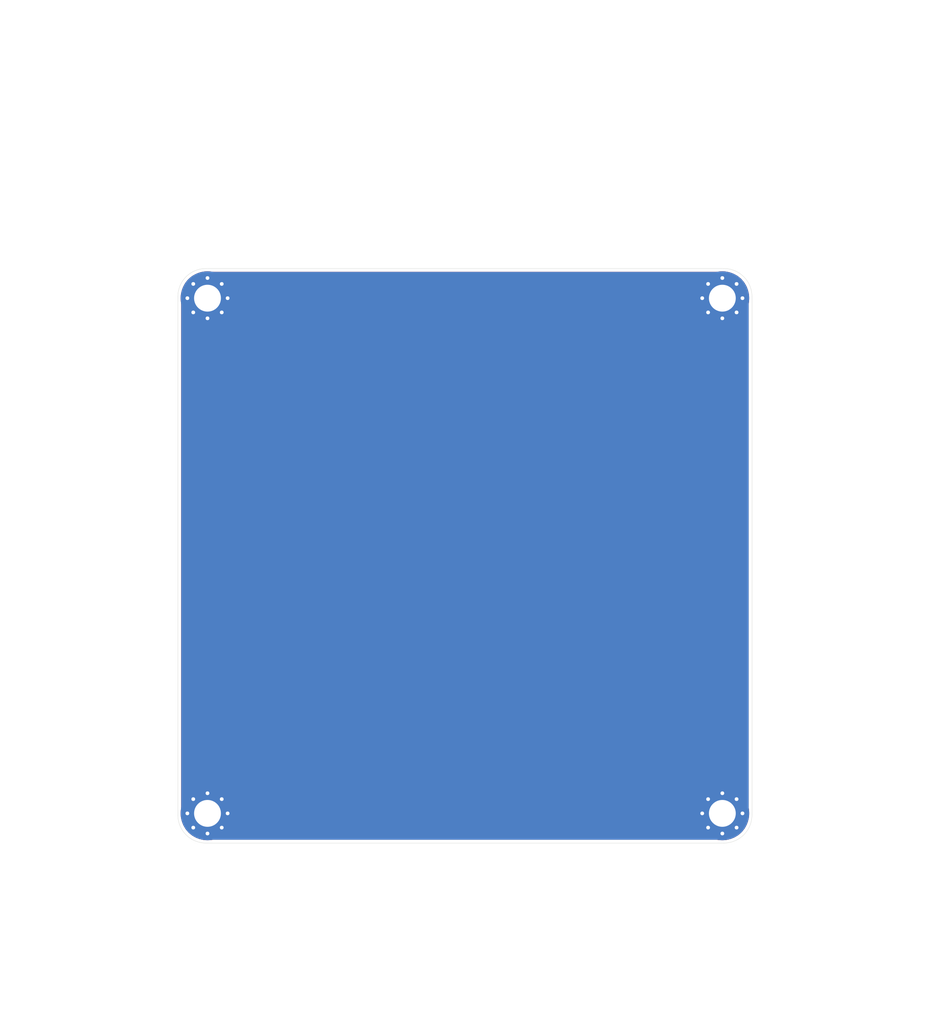
<source format=kicad_pcb>
(kicad_pcb (version 20171130) (host pcbnew "(5.1.4)-1")

  (general
    (thickness 1.6)
    (drawings 10)
    (tracks 0)
    (zones 0)
    (modules 5)
    (nets 2)
  )

  (page A4)
  (layers
    (0 F.Cu signal)
    (31 B.Cu signal)
    (32 B.Adhes user)
    (33 F.Adhes user)
    (34 B.Paste user)
    (35 F.Paste user)
    (36 B.SilkS user)
    (37 F.SilkS user)
    (38 B.Mask user)
    (39 F.Mask user)
    (40 Dwgs.User user)
    (41 Cmts.User user)
    (42 Eco1.User user)
    (43 Eco2.User user)
    (44 Edge.Cuts user)
    (45 Margin user)
    (46 B.CrtYd user)
    (47 F.CrtYd user)
    (48 B.Fab user)
    (49 F.Fab user)
  )

  (setup
    (last_trace_width 0.25)
    (trace_clearance 0.2)
    (zone_clearance 0.508)
    (zone_45_only no)
    (trace_min 0.2)
    (via_size 0.8)
    (via_drill 0.4)
    (via_min_size 0.4)
    (via_min_drill 0.3)
    (uvia_size 0.3)
    (uvia_drill 0.1)
    (uvias_allowed no)
    (uvia_min_size 0.2)
    (uvia_min_drill 0.1)
    (edge_width 0.05)
    (segment_width 0.2)
    (pcb_text_width 0.3)
    (pcb_text_size 1.5 1.5)
    (mod_edge_width 0.12)
    (mod_text_size 1 1)
    (mod_text_width 0.15)
    (pad_size 1.524 1.524)
    (pad_drill 0.762)
    (pad_to_mask_clearance 0.051)
    (solder_mask_min_width 0.25)
    (aux_axis_origin 0 0)
    (visible_elements 7FFFFFFF)
    (pcbplotparams
      (layerselection 0x010f0_ffffffff)
      (usegerberextensions true)
      (usegerberattributes false)
      (usegerberadvancedattributes false)
      (creategerberjobfile false)
      (excludeedgelayer true)
      (linewidth 0.100000)
      (plotframeref false)
      (viasonmask false)
      (mode 1)
      (useauxorigin false)
      (hpglpennumber 1)
      (hpglpenspeed 20)
      (hpglpendiameter 15.000000)
      (psnegative false)
      (psa4output false)
      (plotreference true)
      (plotvalue true)
      (plotinvisibletext false)
      (padsonsilk false)
      (subtractmaskfromsilk true)
      (outputformat 1)
      (mirror false)
      (drillshape 0)
      (scaleselection 1)
      (outputdirectory "Gerber"))
  )

  (net 0 "")
  (net 1 GND)

  (net_class Default "This is the default net class."
    (clearance 0.2)
    (trace_width 0.25)
    (via_dia 0.8)
    (via_drill 0.4)
    (uvia_dia 0.3)
    (uvia_drill 0.1)
    (add_net GND)
  )

  (module MountingHole:MountingHole_4.3mm_M4_Pad_Via locked (layer F.Cu) (tedit 56DDBFD7) (tstamp 5D67D701)
    (at -41.25 41.25)
    (descr "Mounting Hole 4.3mm, M4")
    (tags "mounting hole 4.3mm m4")
    (path /5D67D723)
    (attr virtual)
    (fp_text reference MH4 (at 0 -6.5) (layer Dwgs.User)
      (effects (font (size 1 1) (thickness 0.15)))
    )
    (fp_text value MountingHole (at 0 6.5) (layer Dwgs.User)
      (effects (font (size 1 1) (thickness 0.15)))
    )
    (fp_circle (center 0 0) (end 4.55 0) (layer F.CrtYd) (width 0.05))
    (fp_circle (center 0 0) (end 4.3 0) (layer Cmts.User) (width 0.15))
    (fp_text user %R (at 0.3 0) (layer F.Fab)
      (effects (font (size 1 1) (thickness 0.15)))
    )
    (pad 1 thru_hole circle (at 2.280419 -2.280419) (size 0.9 0.9) (drill 0.6) (layers *.Cu *.Mask)
      (net 1 GND))
    (pad 1 thru_hole circle (at 0 -3.225) (size 0.9 0.9) (drill 0.6) (layers *.Cu *.Mask)
      (net 1 GND))
    (pad 1 thru_hole circle (at -2.280419 -2.280419) (size 0.9 0.9) (drill 0.6) (layers *.Cu *.Mask)
      (net 1 GND))
    (pad 1 thru_hole circle (at -3.225 0) (size 0.9 0.9) (drill 0.6) (layers *.Cu *.Mask)
      (net 1 GND))
    (pad 1 thru_hole circle (at -2.280419 2.280419) (size 0.9 0.9) (drill 0.6) (layers *.Cu *.Mask)
      (net 1 GND))
    (pad 1 thru_hole circle (at 0 3.225) (size 0.9 0.9) (drill 0.6) (layers *.Cu *.Mask)
      (net 1 GND))
    (pad 1 thru_hole circle (at 2.280419 2.280419) (size 0.9 0.9) (drill 0.6) (layers *.Cu *.Mask)
      (net 1 GND))
    (pad 1 thru_hole circle (at 3.225 0) (size 0.9 0.9) (drill 0.6) (layers *.Cu *.Mask)
      (net 1 GND))
    (pad 1 thru_hole circle (at 0 0) (size 8.6 8.6) (drill 4.3) (layers *.Cu *.Mask)
      (net 1 GND))
  )

  (module MountingHole:MountingHole_4.3mm_M4_Pad_Via locked (layer F.Cu) (tedit 56DDBFD7) (tstamp 5D67D6F1)
    (at 41.25 -41.25)
    (descr "Mounting Hole 4.3mm, M4")
    (tags "mounting hole 4.3mm m4")
    (path /5D67EA72)
    (attr virtual)
    (fp_text reference MH3 (at 0 -6.5) (layer Dwgs.User)
      (effects (font (size 1 1) (thickness 0.15)))
    )
    (fp_text value MountingHole (at 0 6.5) (layer Dwgs.User)
      (effects (font (size 1 1) (thickness 0.15)))
    )
    (fp_circle (center 0 0) (end 4.55 0) (layer F.CrtYd) (width 0.05))
    (fp_circle (center 0 0) (end 4.3 0) (layer Cmts.User) (width 0.15))
    (fp_text user %R (at 0.3 0) (layer F.Fab)
      (effects (font (size 1 1) (thickness 0.15)))
    )
    (pad 1 thru_hole circle (at 2.280419 -2.280419) (size 0.9 0.9) (drill 0.6) (layers *.Cu *.Mask)
      (net 1 GND))
    (pad 1 thru_hole circle (at 0 -3.225) (size 0.9 0.9) (drill 0.6) (layers *.Cu *.Mask)
      (net 1 GND))
    (pad 1 thru_hole circle (at -2.280419 -2.280419) (size 0.9 0.9) (drill 0.6) (layers *.Cu *.Mask)
      (net 1 GND))
    (pad 1 thru_hole circle (at -3.225 0) (size 0.9 0.9) (drill 0.6) (layers *.Cu *.Mask)
      (net 1 GND))
    (pad 1 thru_hole circle (at -2.280419 2.280419) (size 0.9 0.9) (drill 0.6) (layers *.Cu *.Mask)
      (net 1 GND))
    (pad 1 thru_hole circle (at 0 3.225) (size 0.9 0.9) (drill 0.6) (layers *.Cu *.Mask)
      (net 1 GND))
    (pad 1 thru_hole circle (at 2.280419 2.280419) (size 0.9 0.9) (drill 0.6) (layers *.Cu *.Mask)
      (net 1 GND))
    (pad 1 thru_hole circle (at 3.225 0) (size 0.9 0.9) (drill 0.6) (layers *.Cu *.Mask)
      (net 1 GND))
    (pad 1 thru_hole circle (at 0 0) (size 8.6 8.6) (drill 4.3) (layers *.Cu *.Mask)
      (net 1 GND))
  )

  (module MountingHole:MountingHole_4.3mm_M4_Pad_Via locked (layer F.Cu) (tedit 56DDBFD7) (tstamp 5D67D6E1)
    (at 41.25 41.25)
    (descr "Mounting Hole 4.3mm, M4")
    (tags "mounting hole 4.3mm m4")
    (path /5D67F0C2)
    (attr virtual)
    (fp_text reference MH2 (at 0 -6.5) (layer Dwgs.User)
      (effects (font (size 1 1) (thickness 0.15)))
    )
    (fp_text value MountingHole (at 0 6.5) (layer Dwgs.User)
      (effects (font (size 1 1) (thickness 0.15)))
    )
    (fp_circle (center 0 0) (end 4.55 0) (layer F.CrtYd) (width 0.05))
    (fp_circle (center 0 0) (end 4.3 0) (layer Cmts.User) (width 0.15))
    (fp_text user %R (at 0.3 0) (layer F.Fab)
      (effects (font (size 1 1) (thickness 0.15)))
    )
    (pad 1 thru_hole circle (at 2.280419 -2.280419) (size 0.9 0.9) (drill 0.6) (layers *.Cu *.Mask)
      (net 1 GND))
    (pad 1 thru_hole circle (at 0 -3.225) (size 0.9 0.9) (drill 0.6) (layers *.Cu *.Mask)
      (net 1 GND))
    (pad 1 thru_hole circle (at -2.280419 -2.280419) (size 0.9 0.9) (drill 0.6) (layers *.Cu *.Mask)
      (net 1 GND))
    (pad 1 thru_hole circle (at -3.225 0) (size 0.9 0.9) (drill 0.6) (layers *.Cu *.Mask)
      (net 1 GND))
    (pad 1 thru_hole circle (at -2.280419 2.280419) (size 0.9 0.9) (drill 0.6) (layers *.Cu *.Mask)
      (net 1 GND))
    (pad 1 thru_hole circle (at 0 3.225) (size 0.9 0.9) (drill 0.6) (layers *.Cu *.Mask)
      (net 1 GND))
    (pad 1 thru_hole circle (at 2.280419 2.280419) (size 0.9 0.9) (drill 0.6) (layers *.Cu *.Mask)
      (net 1 GND))
    (pad 1 thru_hole circle (at 3.225 0) (size 0.9 0.9) (drill 0.6) (layers *.Cu *.Mask)
      (net 1 GND))
    (pad 1 thru_hole circle (at 0 0) (size 8.6 8.6) (drill 4.3) (layers *.Cu *.Mask)
      (net 1 GND))
  )

  (module MountingHole:MountingHole_4.3mm_M4_Pad_Via locked (layer F.Cu) (tedit 56DDBFD7) (tstamp 5D67D6D1)
    (at -41.25 -41.25)
    (descr "Mounting Hole 4.3mm, M4")
    (tags "mounting hole 4.3mm m4")
    (path /5D67F23E)
    (attr virtual)
    (fp_text reference MH1 (at 0 -6.5) (layer Dwgs.User)
      (effects (font (size 1 1) (thickness 0.15)))
    )
    (fp_text value MountingHole (at 0 6.5) (layer Dwgs.User)
      (effects (font (size 1 1) (thickness 0.15)))
    )
    (fp_circle (center 0 0) (end 4.55 0) (layer F.CrtYd) (width 0.05))
    (fp_circle (center 0 0) (end 4.3 0) (layer Cmts.User) (width 0.15))
    (fp_text user %R (at 0.3 0) (layer F.Fab)
      (effects (font (size 1 1) (thickness 0.15)))
    )
    (pad 1 thru_hole circle (at 2.280419 -2.280419) (size 0.9 0.9) (drill 0.6) (layers *.Cu *.Mask)
      (net 1 GND))
    (pad 1 thru_hole circle (at 0 -3.225) (size 0.9 0.9) (drill 0.6) (layers *.Cu *.Mask)
      (net 1 GND))
    (pad 1 thru_hole circle (at -2.280419 -2.280419) (size 0.9 0.9) (drill 0.6) (layers *.Cu *.Mask)
      (net 1 GND))
    (pad 1 thru_hole circle (at -3.225 0) (size 0.9 0.9) (drill 0.6) (layers *.Cu *.Mask)
      (net 1 GND))
    (pad 1 thru_hole circle (at -2.280419 2.280419) (size 0.9 0.9) (drill 0.6) (layers *.Cu *.Mask)
      (net 1 GND))
    (pad 1 thru_hole circle (at 0 3.225) (size 0.9 0.9) (drill 0.6) (layers *.Cu *.Mask)
      (net 1 GND))
    (pad 1 thru_hole circle (at 2.280419 2.280419) (size 0.9 0.9) (drill 0.6) (layers *.Cu *.Mask)
      (net 1 GND))
    (pad 1 thru_hole circle (at 3.225 0) (size 0.9 0.9) (drill 0.6) (layers *.Cu *.Mask)
      (net 1 GND))
    (pad 1 thru_hole circle (at 0 0) (size 8.6 8.6) (drill 4.3) (layers *.Cu *.Mask)
      (net 1 GND))
  )

  (module locallib:ai-ring-25mm-mask (layer F.Cu) (tedit 0) (tstamp 5D683158)
    (at 0 0)
    (fp_text reference G*** (at 0 0) (layer F.SilkS) hide
      (effects (font (size 1.524 1.524) (thickness 0.3)))
    )
    (fp_text value LOGO (at 0.75 0) (layer F.SilkS) hide
      (effects (font (size 1.524 1.524) (thickness 0.3)))
    )
    (fp_poly (pts (xy 0.812799 -4.605867) (xy -0.9144 -4.605867) (xy -0.9144 -6.333067) (xy 0.812799 -6.333067)
      (xy 0.812799 -4.605867)) (layer F.Mask) (width 0.01))
    (fp_poly (pts (xy 2.539999 -1.253067) (xy 0.812799 -1.253067) (xy 0.812799 -2.878667) (xy 2.539999 -2.878667)
      (xy 2.539999 -1.253067)) (layer F.Mask) (width 0.01))
    (fp_poly (pts (xy -0.9144 -1.253067) (xy -2.54 -1.253067) (xy -2.54 -2.878667) (xy -0.9144 -2.878667)
      (xy -0.9144 -1.253067)) (layer F.Mask) (width 0.01))
    (fp_poly (pts (xy 4.1656 2.201333) (xy 2.539999 2.201333) (xy 2.539999 0.474133) (xy 4.1656 0.474133)
      (xy 4.1656 2.201333)) (layer F.Mask) (width 0.01))
    (fp_poly (pts (xy 0.812799 2.201333) (xy -0.9144 2.201333) (xy -0.9144 0.474133) (xy 0.812799 0.474133)
      (xy 0.812799 2.201333)) (layer F.Mask) (width 0.01))
    (fp_poly (pts (xy -2.54 2.201333) (xy -4.2672 2.201333) (xy -4.2672 0.474133) (xy -2.54 0.474133)
      (xy -2.54 2.201333)) (layer F.Mask) (width 0.01))
    (fp_poly (pts (xy 5.8928 5.554133) (xy 4.1656 5.554133) (xy 4.1656 3.826933) (xy 5.8928 3.826933)
      (xy 5.8928 5.554133)) (layer F.Mask) (width 0.01))
    (fp_poly (pts (xy -4.2672 5.554133) (xy -5.994401 5.554133) (xy -5.994401 3.826933) (xy -4.2672 3.826933)
      (xy -4.2672 5.554133)) (layer F.Mask) (width 0.01))
    (fp_poly (pts (xy 0.016933 -12.680344) (xy 0.546505 -12.674496) (xy 1.023142 -12.65676) (xy 1.460873 -12.625413)
      (xy 1.873731 -12.578733) (xy 2.275745 -12.514997) (xy 2.680946 -12.432483) (xy 3.103365 -12.329468)
      (xy 3.296553 -12.277682) (xy 4.186355 -11.999333) (xy 5.048597 -11.660836) (xy 5.880011 -11.263883)
      (xy 6.67733 -10.810164) (xy 7.437287 -10.301371) (xy 8.08644 -9.797903) (xy 8.759159 -9.197475)
      (xy 9.387796 -8.551309) (xy 9.969433 -7.86396) (xy 10.501154 -7.139982) (xy 10.980041 -6.38393)
      (xy 11.403177 -5.60036) (xy 11.767645 -4.793827) (xy 12.070528 -3.968884) (xy 12.278545 -3.25204)
      (xy 12.419646 -2.654767) (xy 12.527849 -2.091842) (xy 12.606324 -1.54028) (xy 12.65824 -0.977096)
      (xy 12.686765 -0.379307) (xy 12.689554 -0.270934) (xy 12.677951 0.660466) (xy 12.60032 1.576875)
      (xy 12.456684 2.478167) (xy 12.247067 3.364218) (xy 11.971493 4.2349) (xy 11.697585 4.934344)
      (xy 11.577768 5.212808) (xy 11.475102 5.443881) (xy 11.381795 5.643147) (xy 11.290055 5.826189)
      (xy 11.19209 6.008589) (xy 11.080108 6.205931) (xy 10.955841 6.417733) (xy 10.447174 7.21249)
      (xy 9.892061 7.957984) (xy 9.289936 8.654783) (xy 8.640234 9.303451) (xy 7.942388 9.904554)
      (xy 7.195835 10.458657) (xy 6.417733 10.955841) (xy 6.192327 11.087975) (xy 5.996431 11.198808)
      (xy 5.814463 11.296131) (xy 5.630839 11.387736) (xy 5.429977 11.481415) (xy 5.196294 11.58496)
      (xy 4.934344 11.697585) (xy 4.523748 11.866322) (xy 4.14522 12.007287) (xy 3.773532 12.128833)
      (xy 3.383457 12.239312) (xy 3.031066 12.327773) (xy 2.329129 12.479472) (xy 1.658859 12.589026)
      (xy 1.000819 12.658742) (xy 0.335568 12.690925) (xy -0.0508 12.693388) (xy -0.269333 12.691191)
      (xy -0.47465 12.688181) (xy -0.65334 12.684629) (xy -0.791989 12.680802) (xy -0.877185 12.676971)
      (xy -0.880534 12.67673) (xy -1.802875 12.574536) (xy -2.710638 12.408193) (xy -3.600157 12.179057)
      (xy -4.467765 11.88848) (xy -5.309798 11.537819) (xy -6.12259 11.128427) (xy -6.902476 10.661659)
      (xy -7.546554 10.213528) (xy -8.284379 9.623249) (xy -8.969962 8.99024) (xy -9.602345 8.3159)
      (xy -10.180571 7.601629) (xy -10.703684 6.848826) (xy -11.170727 6.058889) (xy -11.580743 5.233217)
      (xy -11.932774 4.37321) (xy -12.225865 3.480267) (xy -12.277682 3.296553) (xy -12.390178 2.862231)
      (xy -12.481421 2.451246) (xy -12.553135 2.049567) (xy -12.607041 1.643164) (xy -12.644863 1.218005)
      (xy -12.668324 0.760061) (xy -12.679145 0.255301) (xy -12.680344 0.016933) (xy -12.677461 -0.219274)
      (xy -10.40728 -0.219274) (xy -10.406838 0.122649) (xy -10.399734 0.462551) (xy -10.386096 0.783089)
      (xy -10.366055 1.066921) (xy -10.350184 1.219199) (xy -10.214189 2.061003) (xy -10.015142 2.878562)
      (xy -9.75381 3.670279) (xy -9.430958 4.434554) (xy -9.047353 5.169789) (xy -8.603761 5.874386)
      (xy -8.100946 6.546745) (xy -7.539677 7.185267) (xy -7.444378 7.284309) (xy -6.871645 7.826493)
      (xy -6.249983 8.329686) (xy -5.590909 8.78545) (xy -4.905946 9.185349) (xy -4.710581 9.286415)
      (xy -4.393106 9.442785) (xy -4.114742 9.57172) (xy -3.856622 9.680808) (xy -3.59988 9.777637)
      (xy -3.325649 9.869795) (xy -3.048 9.955103) (xy -2.240693 10.165932) (xy -1.448155 10.312922)
      (xy -0.664204 10.396645) (xy 0.117344 10.417674) (xy 0.902674 10.37658) (xy 1.186586 10.346797)
      (xy 1.985867 10.223305) (xy 2.75208 10.04492) (xy 3.495922 9.808441) (xy 4.228089 9.510672)
      (xy 4.641773 9.31356) (xy 5.369803 8.914974) (xy 6.049978 8.472369) (xy 6.685532 7.982822)
      (xy 7.279698 7.443412) (xy 7.835708 6.851219) (xy 8.356796 6.20332) (xy 8.818739 5.53924)
      (xy 8.925941 5.363488) (xy 9.051053 5.141077) (xy 9.186307 4.88745) (xy 9.32394 4.618053)
      (xy 9.456185 4.34833) (xy 9.575277 4.093724) (xy 9.67345 3.869681) (xy 9.730784 3.725333)
      (xy 9.99902 2.908091) (xy 10.201242 2.085739) (xy 10.337278 1.260586) (xy 10.406956 0.434943)
      (xy 10.410103 -0.388879) (xy 10.346547 -1.20857) (xy 10.216115 -2.021819) (xy 10.174287 -2.218267)
      (xy 10.030718 -2.799783) (xy 9.867274 -3.338166) (xy 9.675538 -3.857038) (xy 9.447096 -4.380023)
      (xy 9.286415 -4.710581) (xy 8.886608 -5.430998) (xy 8.430824 -6.115528) (xy 7.922338 -6.761097)
      (xy 7.364426 -7.364634) (xy 6.760364 -7.923067) (xy 6.113426 -8.433324) (xy 5.426889 -8.892332)
      (xy 4.704028 -9.297019) (xy 4.088854 -9.585154) (xy 3.356572 -9.868438) (xy 2.620343 -10.090296)
      (xy 1.871597 -10.252466) (xy 1.101763 -10.35669) (xy 0.302273 -10.404707) (xy 0.033866 -10.408504)
      (xy -0.811336 -10.381323) (xy -1.628948 -10.293242) (xy -2.42227 -10.143261) (xy -3.194605 -9.930383)
      (xy -3.949254 -9.65361) (xy -4.68952 -9.311943) (xy -5.418704 -8.904385) (xy -5.848344 -8.630425)
      (xy -6.443259 -8.19724) (xy -7.015837 -7.708681) (xy -7.559079 -7.172955) (xy -8.065984 -6.598269)
      (xy -8.529552 -5.992829) (xy -8.942784 -5.364841) (xy -9.29868 -4.722513) (xy -9.447142 -4.411392)
      (xy -9.709128 -3.793326) (xy -9.923448 -3.199241) (xy -10.095209 -2.610663) (xy -10.229523 -2.009115)
      (xy -10.331496 -1.376124) (xy -10.36734 -1.083734) (xy -10.38766 -0.839808) (xy -10.40093 -0.545874)
      (xy -10.40728 -0.219274) (xy -12.677461 -0.219274) (xy -12.672897 -0.593181) (xy -12.647836 -1.151546)
      (xy -12.602719 -1.672428) (xy -12.535104 -2.170091) (xy -12.44255 -2.658798) (xy -12.322616 -3.152814)
      (xy -12.17286 -3.666404) (xy -11.99084 -4.213831) (xy -11.923878 -4.402667) (xy -11.589437 -5.233469)
      (xy -11.193318 -6.037027) (xy -10.736333 -6.812224) (xy -10.219297 -7.557938) (xy -9.643023 -8.273052)
      (xy -9.008326 -8.956446) (xy -8.316019 -9.607) (xy -7.860178 -9.991768) (xy -7.493976 -10.271206)
      (xy -7.077809 -10.558464) (xy -6.62721 -10.844107) (xy -6.157713 -11.118698) (xy -5.68485 -11.372802)
      (xy -5.224155 -11.596981) (xy -5.198534 -11.608685) (xy -4.900035 -11.736142) (xy -4.553662 -11.870055)
      (xy -4.178061 -12.004112) (xy -3.791877 -12.132004) (xy -3.413754 -12.247419) (xy -3.06234 -12.344048)
      (xy -2.926294 -12.377726) (xy -2.528536 -12.466334) (xy -2.148913 -12.537418) (xy -1.773426 -12.592417)
      (xy -1.388078 -12.63277) (xy -0.978868 -12.659917) (xy -0.5318 -12.675296) (xy -0.032874 -12.680348)
      (xy 0.016933 -12.680344)) (layer F.Mask) (width 0.01))
  )

  (gr_arc (start -41.5 41.5) (end -46 41.5) (angle -90) (layer Edge.Cuts) (width 0.05))
  (gr_arc (start 41.5 41.5) (end 41.5 46) (angle -90) (layer Edge.Cuts) (width 0.05))
  (gr_arc (start 41.5 -41.5) (end 46 -41.5) (angle -90) (layer Edge.Cuts) (width 0.05))
  (gr_line (start -46 41.5) (end -46 -41.5) (layer Edge.Cuts) (width 0.05) (tstamp 5D818A3F))
  (gr_line (start 41.5 46) (end -41.5 46) (layer Edge.Cuts) (width 0.05))
  (gr_line (start 46 -41.5) (end 46 41.5) (layer Edge.Cuts) (width 0.05))
  (gr_line (start -41.5 -46) (end 41.5 -46) (layer Edge.Cuts) (width 0.05))
  (gr_arc (start -41.5 -41.5) (end -41.5 -46) (angle -90) (layer Edge.Cuts) (width 0.05))
  (dimension 46 (width 0.15) (layer Dwgs.User)
    (gr_text "46.000 mm" (at -23 -88.3) (layer Dwgs.User)
      (effects (font (size 1 1) (thickness 0.15)))
    )
    (feature1 (pts (xy -46 -70) (xy -46 -87.586421)))
    (feature2 (pts (xy 0 -70) (xy 0 -87.586421)))
    (crossbar (pts (xy 0 -87) (xy -46 -87)))
    (arrow1a (pts (xy -46 -87) (xy -44.873496 -87.586421)))
    (arrow1b (pts (xy -46 -87) (xy -44.873496 -86.413579)))
    (arrow2a (pts (xy 0 -87) (xy -1.126504 -87.586421)))
    (arrow2b (pts (xy 0 -87) (xy -1.126504 -86.413579)))
  )
  (gr_text "92mm Fan Vent Blocker | www.ai03.com" (at 0 41.25) (layer F.Mask)
    (effects (font (size 1.5 1.5) (thickness 0.3)))
  )

  (zone (net 1) (net_name GND) (layer F.Cu) (tstamp 5D683418) (hatch edge 0.508)
    (connect_pads yes (clearance 0.508))
    (min_thickness 0.254)
    (fill yes (arc_segments 32) (thermal_gap 0.508) (thermal_bridge_width 0.508))
    (polygon
      (pts
        (xy -74.5 -75) (xy 75.5 -75) (xy 75.5 75) (xy -74.5 75)
      )
    )
    (filled_polygon
      (pts
        (xy 42.225555 -45.267779) (xy 42.92494 -45.062602) (xy 43.572904 -44.72888) (xy 44.146074 -44.278647) (xy 44.623762 -43.728161)
        (xy 44.988742 -43.09727) (xy 45.227836 -42.408752) (xy 45.33579 -41.66421) (xy 45.34 -41.491937) (xy 45.340001 41.468581)
        (xy 45.267779 42.225555) (xy 45.062602 42.92494) (xy 44.728878 43.572906) (xy 44.27865 44.146072) (xy 43.728159 44.623763)
        (xy 43.09727 44.988741) (xy 42.408752 45.227836) (xy 41.66421 45.33579) (xy 41.491937 45.34) (xy -41.468591 45.34)
        (xy -42.225555 45.267779) (xy -42.92494 45.062602) (xy -43.572906 44.728878) (xy -44.146072 44.27865) (xy -44.623763 43.728159)
        (xy -44.988741 43.09727) (xy -45.227836 42.408752) (xy -45.33579 41.66421) (xy -45.34 41.491937) (xy -45.34 -41.468591)
        (xy -45.267779 -42.225555) (xy -45.062602 -42.92494) (xy -44.72888 -43.572904) (xy -44.278647 -44.146074) (xy -43.728161 -44.623762)
        (xy -43.09727 -44.988742) (xy -42.408752 -45.227836) (xy -41.66421 -45.33579) (xy -41.491937 -45.34) (xy 41.468591 -45.34)
      )
    )
  )
  (zone (net 1) (net_name GND) (layer B.Cu) (tstamp 5D683415) (hatch edge 0.508)
    (connect_pads yes (clearance 0.508))
    (min_thickness 0.254)
    (fill yes (arc_segments 32) (thermal_gap 0.508) (thermal_bridge_width 0.508))
    (polygon
      (pts
        (xy -74.5 75) (xy -74.5 -75) (xy 75.5 -75) (xy 75.5 75)
      )
    )
    (filled_polygon
      (pts
        (xy 42.225555 -45.267779) (xy 42.92494 -45.062602) (xy 43.572904 -44.72888) (xy 44.146074 -44.278647) (xy 44.623762 -43.728161)
        (xy 44.988742 -43.09727) (xy 45.227836 -42.408752) (xy 45.33579 -41.66421) (xy 45.34 -41.491937) (xy 45.340001 41.468581)
        (xy 45.267779 42.225555) (xy 45.062602 42.92494) (xy 44.728878 43.572906) (xy 44.27865 44.146072) (xy 43.728159 44.623763)
        (xy 43.09727 44.988741) (xy 42.408752 45.227836) (xy 41.66421 45.33579) (xy 41.491937 45.34) (xy -41.468591 45.34)
        (xy -42.225555 45.267779) (xy -42.92494 45.062602) (xy -43.572906 44.728878) (xy -44.146072 44.27865) (xy -44.623763 43.728159)
        (xy -44.988741 43.09727) (xy -45.227836 42.408752) (xy -45.33579 41.66421) (xy -45.34 41.491937) (xy -45.34 -41.468591)
        (xy -45.267779 -42.225555) (xy -45.062602 -42.92494) (xy -44.72888 -43.572904) (xy -44.278647 -44.146074) (xy -43.728161 -44.623762)
        (xy -43.09727 -44.988742) (xy -42.408752 -45.227836) (xy -41.66421 -45.33579) (xy -41.491937 -45.34) (xy 41.468591 -45.34)
      )
    )
  )
)

</source>
